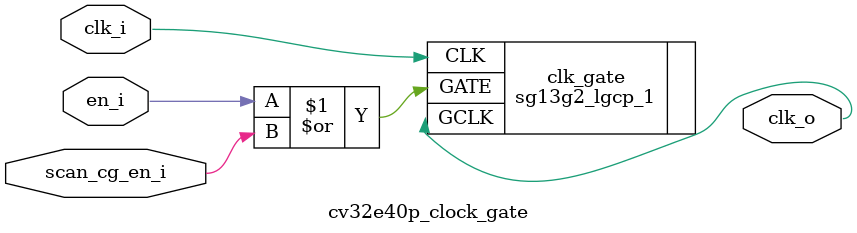
<source format=sv>


module cv32e40p_clock_gate
#(
  parameter LIB = 0
  )
(
    input  logic clk_i,
    input  logic en_i,
    input  logic scan_cg_en_i,
    output logic clk_o
  );

  /*sky130_fd_sc_hd__dlclkp_4 clk_gate (
    `ifdef USE_POWER_PINS
    .VPWR(1'b1),
    .VGND(1'b0),
    .VPB (1'b1),
    .VNB (1'b0),
    `endif
    .CLK(clk_i),
    .GATE(en_i | scan_cg_en_i),
    .GCLK(clk_o)
  );*/  
  
  sg13g2_lgcp_1 clk_gate (
      .CLK      (clk_i),
      .GATE     (en_i | scan_cg_en_i),
      .GCLK     (clk_o)
  );

endmodule // cv32e40x_clock_gate

</source>
